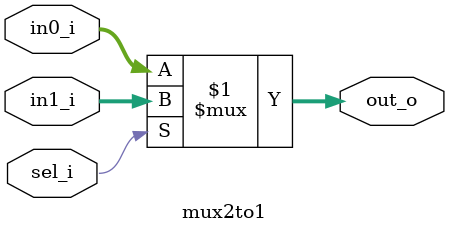
<source format=sv>
module mux2to1 
(
input   logic   [31:0]  in0_i,
input   logic   [31:0]  in1_i,
input   logic           sel_i,
output  logic   [31:0]  out_o
);

assign out_o = (sel_i)? in1_i : in0_i;

endmodule

</source>
